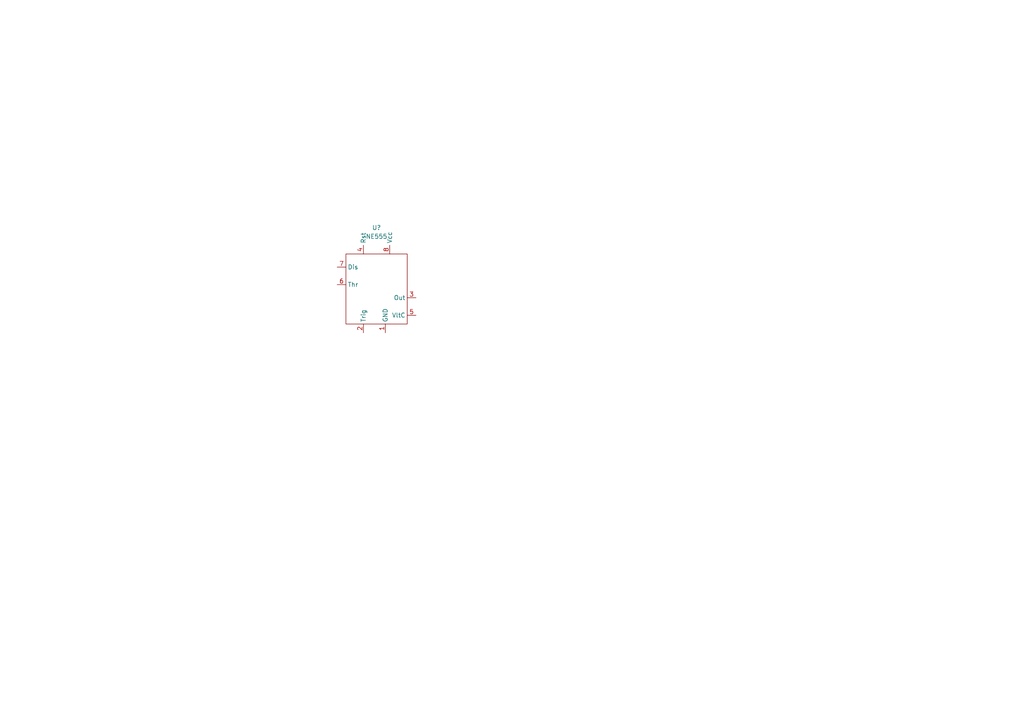
<source format=kicad_sch>
(kicad_sch (version 20211123) (generator eeschema)
  (paper "A4")
  (lib_symbols
    (symbol "namename:NE555"
      (property "Reference" "U" (at 0 -3.81 0))
      (property "Value" "NE555" (at 0 0 0))
      (symbol "NE555_0_1"
        (rectangle (start -8.89 10.16) (end 8.89 -10.16))
      )
      (symbol "NE555_1_1"
        (pin bidirectional line (at 2.54 -12.7 90) (length 2.54) (name "GND") (number "1"))
        (pin bidirectional line (at -3.81 -12.7 90) (length 2.54) (name "Trig") (number "2"))
        (pin output line (at 11.43 -2.54 180) (length 2.54) (name "Out") (number "3"))
        (pin bidirectional line (at -3.81 10.16 90) (length 2.54) (name "Rst") (number "4"))
        (pin bidirectional line (at 11.43 -7.62 180) (length 2.54) (name "VltC") (number "5"))
        (pin input line (at -11.43 1.27 0) (length 2.54) (name "Thr") (number "6"))
        (pin output line (at -11.43 6.35 0) (length 2.54) (name "Dis") (number "7"))
        (pin power_in line (at 3.81 10.16 90) (length 2.54) (name "Vcc") (number "8"))
      )
    )
  )
  (symbol (lib_id "namename:NE555") (at 109.22 83.82 0) (unit 1)
    (property "Reference" "U?" (at 109.22 66.04 0))
    (property "Value" "NE555" (at 109.22 68.58 0))
  )
)
</source>
